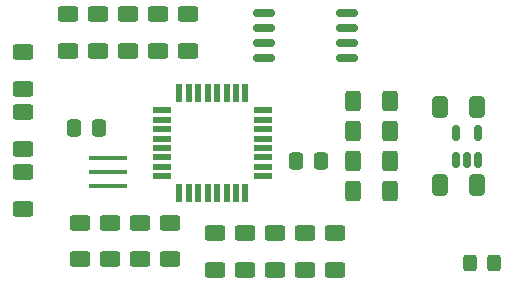
<source format=gbr>
%TF.GenerationSoftware,KiCad,Pcbnew,(6.0.4)*%
%TF.CreationDate,2022-04-24T19:44:17+02:00*%
%TF.ProjectId,fancy-clock,66616e63-792d-4636-9c6f-636b2e6b6963,rev 1.0*%
%TF.SameCoordinates,Original*%
%TF.FileFunction,Paste,Top*%
%TF.FilePolarity,Positive*%
%FSLAX46Y46*%
G04 Gerber Fmt 4.6, Leading zero omitted, Abs format (unit mm)*
G04 Created by KiCad (PCBNEW (6.0.4)) date 2022-04-24 19:44:17*
%MOMM*%
%LPD*%
G01*
G04 APERTURE LIST*
G04 Aperture macros list*
%AMRoundRect*
0 Rectangle with rounded corners*
0 $1 Rounding radius*
0 $2 $3 $4 $5 $6 $7 $8 $9 X,Y pos of 4 corners*
0 Add a 4 corners polygon primitive as box body*
4,1,4,$2,$3,$4,$5,$6,$7,$8,$9,$2,$3,0*
0 Add four circle primitives for the rounded corners*
1,1,$1+$1,$2,$3*
1,1,$1+$1,$4,$5*
1,1,$1+$1,$6,$7*
1,1,$1+$1,$8,$9*
0 Add four rect primitives between the rounded corners*
20,1,$1+$1,$2,$3,$4,$5,0*
20,1,$1+$1,$4,$5,$6,$7,0*
20,1,$1+$1,$6,$7,$8,$9,0*
20,1,$1+$1,$8,$9,$2,$3,0*%
G04 Aperture macros list end*
%ADD10RoundRect,0.250000X-0.400000X-0.625000X0.400000X-0.625000X0.400000X0.625000X-0.400000X0.625000X0*%
%ADD11RoundRect,0.250000X0.625000X-0.400000X0.625000X0.400000X-0.625000X0.400000X-0.625000X-0.400000X0*%
%ADD12RoundRect,0.250000X-0.325000X-0.450000X0.325000X-0.450000X0.325000X0.450000X-0.325000X0.450000X0*%
%ADD13RoundRect,0.250000X-0.412500X-0.650000X0.412500X-0.650000X0.412500X0.650000X-0.412500X0.650000X0*%
%ADD14RoundRect,0.250000X-0.625000X0.400000X-0.625000X-0.400000X0.625000X-0.400000X0.625000X0.400000X0*%
%ADD15RoundRect,0.250000X-0.337500X-0.475000X0.337500X-0.475000X0.337500X0.475000X-0.337500X0.475000X0*%
%ADD16R,3.200000X0.400000*%
%ADD17R,1.600000X0.550000*%
%ADD18R,0.550000X1.600000*%
%ADD19RoundRect,0.250000X0.337500X0.475000X-0.337500X0.475000X-0.337500X-0.475000X0.337500X-0.475000X0*%
%ADD20RoundRect,0.150000X0.150000X-0.512500X0.150000X0.512500X-0.150000X0.512500X-0.150000X-0.512500X0*%
%ADD21RoundRect,0.150000X0.800000X0.150000X-0.800000X0.150000X-0.800000X-0.150000X0.800000X-0.150000X0*%
G04 APERTURE END LIST*
D10*
%TO.C,R18*%
X143806000Y-78340000D03*
X146906000Y-78340000D03*
%TD*%
D11*
%TO.C,R13*%
X115824000Y-82348000D03*
X115824000Y-79248000D03*
%TD*%
D12*
%TO.C,D1*%
X153729000Y-86976000D03*
X155779000Y-86976000D03*
%TD*%
D13*
%TO.C,C5*%
X151159500Y-73768000D03*
X154284500Y-73768000D03*
%TD*%
D14*
%TO.C,R8*%
X128338000Y-83540000D03*
X128338000Y-86640000D03*
%TD*%
D11*
%TO.C,R2*%
X124782000Y-68968000D03*
X124782000Y-65868000D03*
%TD*%
D14*
%TO.C,R21*%
X142308000Y-84410000D03*
X142308000Y-87510000D03*
%TD*%
D15*
%TO.C,C3*%
X138984500Y-78340000D03*
X141059500Y-78340000D03*
%TD*%
D11*
%TO.C,R15*%
X115824000Y-72188000D03*
X115824000Y-69088000D03*
%TD*%
D16*
%TO.C,Y2*%
X123063000Y-78048000D03*
X123063000Y-79248000D03*
X123063000Y-80448000D03*
%TD*%
D11*
%TO.C,R4*%
X119702000Y-68968000D03*
X119702000Y-65868000D03*
%TD*%
D14*
%TO.C,R5*%
X120650000Y-83540000D03*
X120650000Y-86640000D03*
%TD*%
D17*
%TO.C,U1*%
X127644000Y-74016000D03*
X127644000Y-74816000D03*
X127644000Y-75616000D03*
X127644000Y-76416000D03*
X127644000Y-77216000D03*
X127644000Y-78016000D03*
X127644000Y-78816000D03*
X127644000Y-79616000D03*
D18*
X129094000Y-81066000D03*
X129894000Y-81066000D03*
X130694000Y-81066000D03*
X131494000Y-81066000D03*
X132294000Y-81066000D03*
X133094000Y-81066000D03*
X133894000Y-81066000D03*
X134694000Y-81066000D03*
D17*
X136144000Y-79616000D03*
X136144000Y-78816000D03*
X136144000Y-78016000D03*
X136144000Y-77216000D03*
X136144000Y-76416000D03*
X136144000Y-75616000D03*
X136144000Y-74816000D03*
X136144000Y-74016000D03*
D18*
X134694000Y-72566000D03*
X133894000Y-72566000D03*
X133094000Y-72566000D03*
X132294000Y-72566000D03*
X131494000Y-72566000D03*
X130694000Y-72566000D03*
X129894000Y-72566000D03*
X129094000Y-72566000D03*
%TD*%
D11*
%TO.C,R14*%
X115824000Y-77268000D03*
X115824000Y-74168000D03*
%TD*%
D14*
%TO.C,R6*%
X123258000Y-83540000D03*
X123258000Y-86640000D03*
%TD*%
D13*
%TO.C,C4*%
X151159500Y-80372000D03*
X154284500Y-80372000D03*
%TD*%
D19*
%TO.C,C6*%
X122263500Y-75546000D03*
X120188500Y-75546000D03*
%TD*%
D20*
%TO.C,U7*%
X152516800Y-78201100D03*
X153466800Y-78201100D03*
X154416800Y-78201100D03*
X154416800Y-75926100D03*
X152516800Y-75926100D03*
%TD*%
D11*
%TO.C,R1*%
X127322000Y-68968000D03*
X127322000Y-65868000D03*
%TD*%
D14*
%TO.C,R19*%
X129862000Y-65868000D03*
X129862000Y-68968000D03*
%TD*%
%TO.C,R10*%
X134688000Y-84410000D03*
X134688000Y-87510000D03*
%TD*%
%TO.C,R7*%
X125798000Y-83540000D03*
X125798000Y-86640000D03*
%TD*%
%TO.C,R11*%
X137228000Y-84410000D03*
X137228000Y-87510000D03*
%TD*%
D10*
%TO.C,R17*%
X143806000Y-75800000D03*
X146906000Y-75800000D03*
%TD*%
D14*
%TO.C,R9*%
X132148000Y-84410000D03*
X132148000Y-87510000D03*
%TD*%
%TO.C,R12*%
X139768000Y-84410000D03*
X139768000Y-87510000D03*
%TD*%
D10*
%TO.C,R20*%
X143806000Y-80880000D03*
X146906000Y-80880000D03*
%TD*%
%TO.C,R16*%
X143806000Y-73260000D03*
X146906000Y-73260000D03*
%TD*%
D21*
%TO.C,U2*%
X143268000Y-69577000D03*
X143268000Y-68307000D03*
X143268000Y-67037000D03*
X143268000Y-65767000D03*
X136268000Y-65767000D03*
X136268000Y-67037000D03*
X136268000Y-68307000D03*
X136268000Y-69577000D03*
%TD*%
D11*
%TO.C,R3*%
X122242000Y-68968000D03*
X122242000Y-65868000D03*
%TD*%
M02*

</source>
